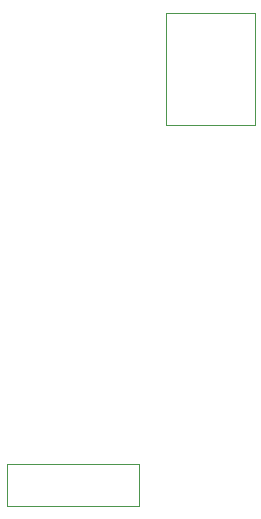
<source format=gbr>
G04 #@! TF.GenerationSoftware,KiCad,Pcbnew,(5.0.2)-1*
G04 #@! TF.CreationDate,2019-06-27T16:40:19+05:30*
G04 #@! TF.ProjectId,mAhTime,6d416854-696d-4652-9e6b-696361645f70,rev?*
G04 #@! TF.SameCoordinates,Original*
G04 #@! TF.FileFunction,Other,User*
%FSLAX46Y46*%
G04 Gerber Fmt 4.6, Leading zero omitted, Abs format (unit mm)*
G04 Created by KiCad (PCBNEW (5.0.2)-1) date 06/27/19 16:40:19*
%MOMM*%
%LPD*%
G01*
G04 APERTURE LIST*
%ADD10C,0.050000*%
G04 APERTURE END LIST*
D10*
G04 #@! TO.C,J3*
X18560000Y-63600000D02*
X18560000Y-60000000D01*
X29760000Y-63600000D02*
X18560000Y-63600000D01*
X29760000Y-60000000D02*
X29760000Y-63600000D01*
X18560000Y-60000000D02*
X29760000Y-60000000D01*
G04 #@! TO.C,SW1*
X39350000Y-21800000D02*
X32350000Y-21800000D01*
X32100000Y-22050000D02*
X32100000Y-31050000D01*
X32350000Y-31300000D02*
X39350000Y-31300000D01*
X39600000Y-31050000D02*
X39600000Y-22050000D01*
X32100000Y-31300000D02*
X32100000Y-31050000D01*
X32350000Y-31300000D02*
X32100000Y-31300000D01*
X39600000Y-31300000D02*
X39600000Y-31050000D01*
X39350000Y-31300000D02*
X39600000Y-31300000D01*
X39600000Y-21800000D02*
X39350000Y-21800000D01*
X39600000Y-22050000D02*
X39600000Y-21800000D01*
X32100000Y-21800000D02*
X32350000Y-21800000D01*
X32100000Y-22050000D02*
X32100000Y-21800000D01*
G04 #@! TD*
M02*

</source>
